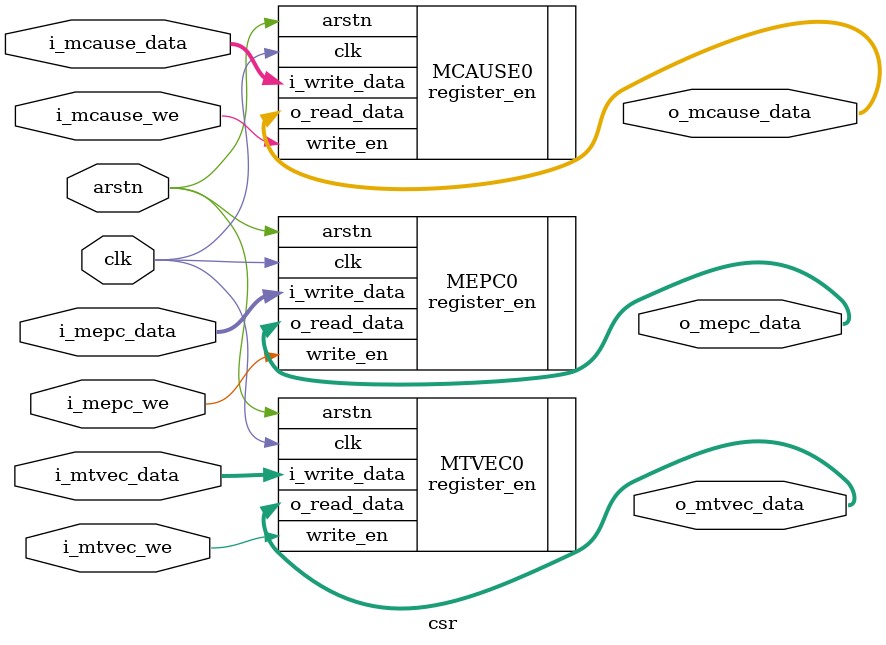
<source format=sv>
/* Copyright (c) 2024 Maveric NU. All rights reserved. */

// -------------------------------------------------------------------------------
// This is a top CSR module that contains instances of control & status register.
// -------------------------------------------------------------------------------

module csr
// Parameters. 
#(
    parameter REG_DATA_WIDTH  = 64
)
// Port declerations. 
(
    // Clock & Reset.
    input  logic                          clk,
    input  logic                          arstn,

    // Input Interface.
    input  logic                          i_mtvec_we,
    input  logic [ REG_DATA_WIDTH - 1:0 ] i_mtvec_data,
    input  logic                          i_mepc_we,
    input  logic [ REG_DATA_WIDTH - 1:0 ] i_mepc_data,
    input  logic                          i_mcause_we,
    input  logic [ REG_DATA_WIDTH - 1:0 ] i_mcause_data,

    // Output Interface. 
    output logic [ REG_DATA_WIDTH - 1:0 ] o_mtvec_data,
    output logic [ REG_DATA_WIDTH - 1:0 ] o_mepc_data,
    output logic [ REG_DATA_WIDTH - 1:0 ] o_mcause_data
);

    //-----------------------
    // REGISTER INSTANCES.
    //-----------------------


    //--------------------------
    // mtvec register instance.
    //--------------------------
    register_en MTVEC0 (
        .clk          ( clk          ),
        .write_en     ( i_mtvec_we   ),
        .arstn        ( arstn        ),
        .i_write_data ( i_mtvec_data ),
        .o_read_data  ( o_mtvec_data ) 
    );


    //-------------------------
    // mepc register instance.
    //-------------------------
    register_en MEPC0 (
        .clk          ( clk         ),
        .write_en     ( i_mepc_we   ),
        .arstn        ( arstn       ),
        .i_write_data ( i_mepc_data ),
        .o_read_data  ( o_mepc_data ) 
    );


    //---------------------------
    // mcause register instance.
    //---------------------------
    register_en MCAUSE0 (
        .clk          ( clk           ),
        .write_en     ( i_mcause_we   ),
        .arstn        ( arstn         ),
        .i_write_data ( i_mcause_data ),
        .o_read_data  ( o_mcause_data ) 
    );


    //---------------------------------------------
    // Template.
    //----------------------------------------------
    // register_en module_name (
    //     .clk          (  ),
    //     .write_en     (  ),
    //     .arstn        (  ),
    //     .i_write_data (  ),
    //     .o_read_data  (  ) 
    // );



endmodule
</source>
